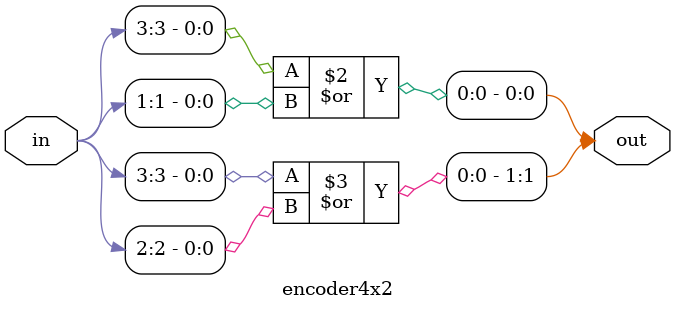
<source format=v>
module encoder4x2(input [3:0] in, output reg [1:0] out);

    always @(*) begin
        out[0] = in[3] | in[1];
        out[1] = in[3] | in[2];
    end


endmodule

</source>
